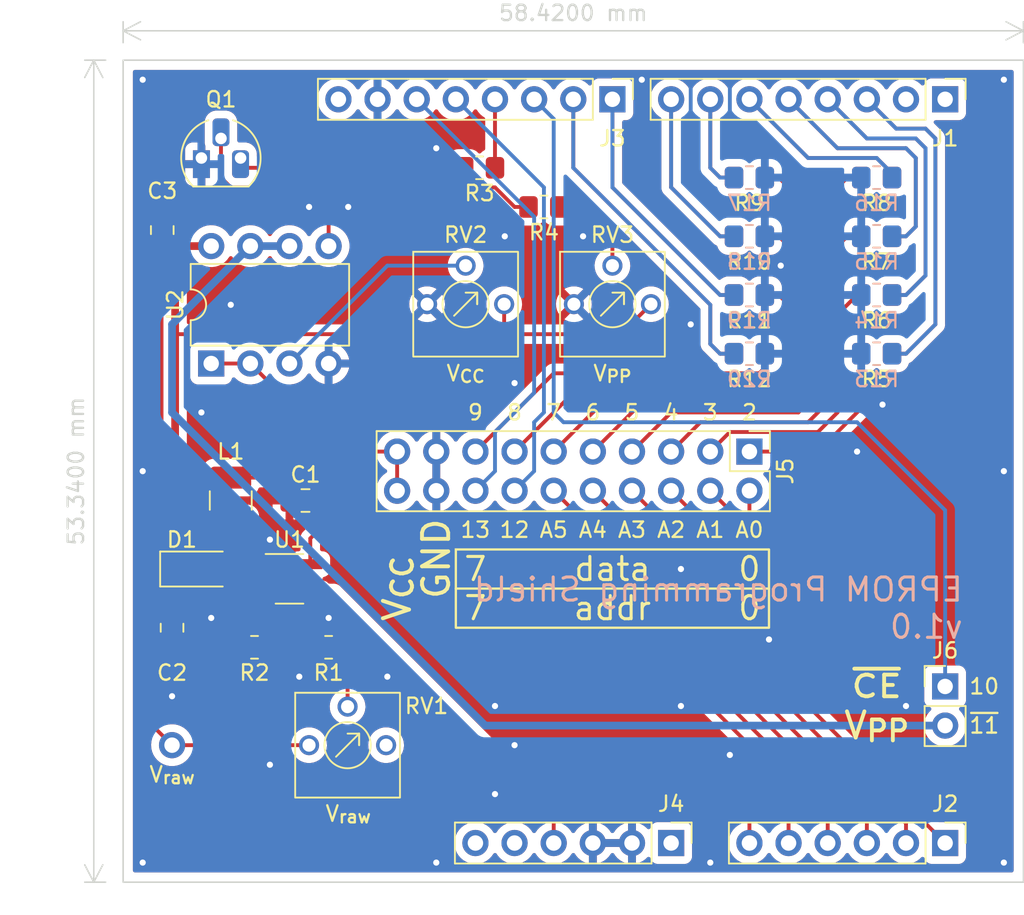
<source format=kicad_pcb>
(kicad_pcb (version 20211014) (generator pcbnew)
  (layers (0 "F.Cu" signal) (31 "B.Cu" signal) (34 "B.Paste" user) (35 "F.Paste" user) (36 "B.SilkS" user "B.Silkscreen") (37 "F.SilkS" user "F.Silkscreen") (38 "B.Mask" user) (39 "F.Mask" user) (44 "Edge.Cuts" user))
  (net 0 "")
  (net 1 "/vccin")
  (net 2 "GND")
  (net 3 "/Vraw")
  (net 4 "Net-(D1-Pad2)")
  (net 7 "/datac0")
  (net 8 "/datac1")
  (net 9 "/datac2")
  (net 10 "/datac3")
  (net 11 "/datac4")
  (net 12 "/datac5")
  (net 13 "/addr0")
  (net 14 "/addr1")
  (net 15 "/addr2")
  (net 16 "/addr3")
  (net 17 "/addr4")
  (net 18 "/addr5")
  (net 19 "/datac6")
  (net 20 "/datac7")
  (net 21 "/ce")
  (net 22 "/vppen")
  (net 23 "/addr6")
  (net 24 "/addr7")
  (net 29 "/data0")
  (net 30 "/data1")
  (net 31 "/data2")
  (net 32 "/data3")
  (net 33 "/data4")
  (net 34 "/data5")
  (net 35 "/data6")
  (net 36 "/data7")
  (net 37 "/vccout")
  (net 38 "/vpp")
  (net 39 "Net-(Q1-Pad2)")
  (net 40 "Net-(Q1-Pad3)")
  (net 41 "Net-(R1-Pad1)")
  (net 43 "Net-(R1-Pad2)")
  (net 44 "Net-(R4-Pad1)")
  (net 45 "Net-(RV2-Pad2)")
  (footprint "Connector_PinHeader_2.54mm:PinHeader_1x06_P2.54mm_Vertical" (layer "F.Cu") (at 175.26 109.22 -90)
    (fp_text reference "J2" (at -2.54 0 180) (layer "F.SilkS"))
    (fp_text value "Conn_01x06")
    (pad "1" thru_hole rect (at 0 0 270) (size 1.7 1.7) (drill 1) (layers *.Cu *.Mask) (net 13 "/addr0"))
    (pad "2" thru_hole oval (at 0 2.54 270) (size 1.7 1.7) (drill 1) (layers *.Cu *.Mask) (net 14 "/addr1"))
    (pad "3" thru_hole oval (at 0 5.08 270) (size 1.7 1.7) (drill 1) (layers *.Cu *.Mask) (net 15 "/addr2"))
    (pad "4" thru_hole oval (at 0 7.62 270) (size 1.7 1.7) (drill 1) (layers *.Cu *.Mask) (net 16 "/addr3"))
    (pad "5" thru_hole oval (at 0 10.16 270) (size 1.7 1.7) (drill 1) (layers *.Cu *.Mask) (net 17 "/addr4"))
    (pad "6" thru_hole oval (at 0 12.7 270) (size 1.7 1.7) (drill 1) (layers *.Cu *.Mask) (net 18 "/addr5"))
  )
  (footprint "MyLibrary:GF063P" (layer "F.Cu") (at 136.485 102.87)
    (fp_text reference "RV1" (at 5.12 -2.54 unlocked) (layer "F.SilkS"))
    (fp_text value "100k")
    (pad "1" thru_hole circle (at -2.5 0) (size 1.3 1.3) (drill 0.85) (layers *.Cu *.Mask) (net 3 "/Vraw"))
    (pad "2" thru_hole circle (at 0 -2.5) (size 1.3 1.3) (drill 0.85) (layers *.Cu *.Mask) (net 41 "Net-(R1-Pad1)"))
    (pad "3" thru_hole circle (at 2.5 0) (size 1.3 1.3) (drill 0.85) (layers *.Cu *.Mask))
  )
  (footprint "Package_TO_SOT_SMD:SOT-23-5_HandSoldering" (layer "F.Cu") (at 132.715 92.075)
    (fp_text reference "U1" (at 0 -2.54) (layer "F.SilkS"))
    (fp_text value "LT1930")
    (pad "1" smd rect (at -1.35 -0.95) (size 1.56 0.65) (layers "F.Cu" "F.Paste" "F.Mask") (net 4 "Net-(D1-Pad2)"))
    (pad "2" smd rect (at -1.35 0) (size 1.56 0.65) (layers "F.Cu" "F.Paste" "F.Mask") (net 2 "GND"))
    (pad "3" smd rect (at -1.35 0.95) (size 1.56 0.65) (layers "F.Cu" "F.Paste" "F.Mask") (net 43 "Net-(R1-Pad2)"))
    (pad "4" smd rect (at 1.35 0.95) (size 1.56 0.65) (layers "F.Cu" "F.Paste" "F.Mask") (net 1 "/vccin"))
    (pad "5" smd rect (at 1.35 -0.95) (size 1.56 0.65) (layers "F.Cu" "F.Paste" "F.Mask") (net 1 "/vccin"))
  )
  (footprint "Connector_PinHeader_2.54mm:PinHeader_1x08_P2.54mm_Vertical" (layer "F.Cu") (at 153.67 60.96 -90)
    (fp_text reference "J3" (at 2.54 0 180) (layer "F.SilkS"))
    (fp_text value "Conn_01x08")
    (pad "1" thru_hole rect (at 0 0 270) (size 1.7 1.7) (drill 1) (layers *.Cu *.Mask) (net 19 "/datac6"))
    (pad "2" thru_hole oval (at 0 2.54 270) (size 1.7 1.7) (drill 1) (layers *.Cu *.Mask) (net 20 "/datac7"))
    (pad "3" thru_hole oval (at 0 5.08 270) (size 1.7 1.7) (drill 1) (layers *.Cu *.Mask) (net 21 "/ce"))
    (pad "4" thru_hole oval (at 0 7.62 270) (size 1.7 1.7) (drill 1) (layers *.Cu *.Mask) (net 22 "/vppen"))
    (pad "5" thru_hole oval (at 0 10.16 270) (size 1.7 1.7) (drill 1) (layers *.Cu *.Mask) (net 23 "/addr6"))
    (pad "6" thru_hole oval (at 0 12.7 270) (size 1.7 1.7) (drill 1) (layers *.Cu *.Mask) (net 24 "/addr7"))
    (pad "7" thru_hole oval (at 0 15.24 270) (size 1.7 1.7) (drill 1) (layers *.Cu *.Mask) (net 2 "GND"))
    (pad "8" thru_hole oval (at 0 17.78 270) (size 1.7 1.7) (drill 1) (layers *.Cu *.Mask))
  )
  (footprint "Resistor_SMD:R_0805_2012Metric_Pad1.20x1.40mm_HandSolder" (layer "F.Cu") (at 170.815 69.85)
    (fp_text reference "R7" (at 0 1.65) (layer "F.SilkS"))
    (fp_text value "3.3k")
    (pad "1" smd roundrect (at -1 0) (size 1.2 1.4) (layers "F.Cu" "F.Paste" "F.Mask") (roundrect_rratio 0.2083333333) (net 31 "/data2"))
    (pad "2" smd roundrect (at 1 0) (size 1.2 1.4) (layers "F.Cu" "F.Paste" "F.Mask") (roundrect_rratio 0.2083333333) (net 9 "/datac2"))
  )
  (footprint "MyLibrary:GF063P" (layer "F.Cu") (at 144.145 74.255)
    (fp_text reference "RV2" (at 0 -4.5 unlocked) (layer "F.SilkS"))
    (fp_text value "100k")
    (pad "1" thru_hole circle (at -2.5 0) (size 1.3 1.3) (drill 0.85) (layers *.Cu *.Mask) (net 2 "GND"))
    (pad "2" thru_hole circle (at 0 -2.5) (size 1.3 1.3) (drill 0.85) (layers *.Cu *.Mask) (net 45 "Net-(RV2-Pad2)"))
    (pad "3" thru_hole circle (at 2.5 0) (size 1.3 1.3) (drill 0.85) (layers *.Cu *.Mask) (net 3 "/Vraw"))
  )
  (footprint "Resistor_SMD:R_0805_2012Metric_Pad1.20x1.40mm_HandSolder" (layer "F.Cu") (at 162.56 73.66 180)
    (fp_text reference "R11" (at 0 -1.65) (layer "F.SilkS"))
    (fp_text value "3.3k")
    (pad "1" smd roundrect (at -1 0 180) (size 1.2 1.4) (layers "F.Cu" "F.Paste" "F.Mask") (roundrect_rratio 0.2083333333) (net 35 "/data6"))
    (pad "2" smd roundrect (at 1 0 180) (size 1.2 1.4) (layers "F.Cu" "F.Paste" "F.Mask") (roundrect_rratio 0.2083333333) (net 19 "/datac6"))
  )
  (footprint "Connector_PinHeader_2.54mm:PinHeader_1x06_P2.54mm_Vertical" (layer "F.Cu") (at 157.48 109.22 -90)
    (fp_text reference "J4" (at -2.54 0 180) (layer "F.SilkS"))
    (fp_text value "Conn_01x06")
    (pad "1" thru_hole rect (at 0 0 270) (size 1.7 1.7) (drill 1) (layers *.Cu *.Mask))
    (pad "2" thru_hole oval (at 0 2.54 270) (size 1.7 1.7) (drill 1) (layers *.Cu *.Mask) (net 2 "GND"))
    (pad "3" thru_hole oval (at 0 5.08 270) (size 1.7 1.7) (drill 1) (layers *.Cu *.Mask) (net 2 "GND"))
    (pad "4" thru_hole oval (at 0 7.62 270) (size 1.7 1.7) (drill 1) (layers *.Cu *.Mask) (net 1 "/vccin"))
    (pad "5" thru_hole oval (at 0 10.16 270) (size 1.7 1.7) (drill 1) (layers *.Cu *.Mask))
    (pad "6" thru_hole oval (at 0 12.7 270) (size 1.7 1.7) (drill 1) (layers *.Cu *.Mask))
  )
  (footprint "Resistor_SMD:R_0805_2012Metric_Pad1.20x1.40mm_HandSolder" (layer "F.Cu") (at 145.05 65.405 180)
    (fp_text reference "R3" (at 0 -1.65) (layer "F.SilkS"))
    (fp_text value "10k")
    (pad "1" smd roundrect (at -1 0 180) (size 1.2 1.4) (layers "F.Cu" "F.Paste" "F.Mask") (roundrect_rratio 0.2083333333) (net 22 "/vppen"))
    (pad "2" smd roundrect (at 1 0 180) (size 1.2 1.4) (layers "F.Cu" "F.Paste" "F.Mask") (roundrect_rratio 0.2083333333) (net 40 "Net-(Q1-Pad3)"))
  )
  (footprint "Resistor_SMD:R_0805_2012Metric_Pad1.20x1.40mm_HandSolder" (layer "F.Cu") (at 162.56 66.04 180)
    (fp_text reference "R9" (at 0 -1.65) (layer "F.SilkS"))
    (fp_text value "3.3k")
    (pad "1" smd roundrect (at -1 0 180) (size 1.2 1.4) (layers "F.Cu" "F.Paste" "F.Mask") (roundrect_rratio 0.2083333333) (net 33 "/data4"))
    (pad "2" smd roundrect (at 1 0 180) (size 1.2 1.4) (layers "F.Cu" "F.Paste" "F.Mask") (roundrect_rratio 0.2083333333) (net 11 "/datac4"))
  )
  (footprint "Resistor_SMD:R_0805_2012Metric_Pad1.20x1.40mm_HandSolder" (layer "F.Cu") (at 149.225 67.945 180)
    (fp_text reference "R4" (at 0 -1.65) (layer "F.SilkS"))
    (fp_text value "10k")
    (pad "1" smd roundrect (at -1 0 180) (size 1.2 1.4) (layers "F.Cu" "F.Paste" "F.Mask") (roundrect_rratio 0.2083333333) (net 44 "Net-(R4-Pad1)"))
    (pad "2" smd roundrect (at 1 0 180) (size 1.2 1.4) (layers "F.Cu" "F.Paste" "F.Mask") (roundrect_rratio 0.2083333333) (net 39 "Net-(Q1-Pad2)"))
  )
  (footprint "Capacitor_SMD:C_0805_2012Metric_Pad1.18x1.45mm_HandSolder" (layer "F.Cu") (at 124.46 69.4475 90)
    (fp_text reference "C3" (at 2.54 0 180) (layer "F.SilkS"))
    (fp_text value "0.1u")
    (pad "1" smd roundrect (at -1.0375 0 90) (size 1.175 1.45) (layers "F.Cu" "F.Paste" "F.Mask") (roundrect_rratio 0.2127659574) (net 3 "/Vraw"))
    (pad "2" smd roundrect (at 1.0375 0 90) (size 1.175 1.45) (layers "F.Cu" "F.Paste" "F.Mask") (roundrect_rratio 0.2127659574) (net 2 "GND"))
  )
  (footprint "Inductor_SMD:L_1210_3225Metric_Pad1.42x2.65mm_HandSolder" (layer "F.Cu") (at 128.905 86.995 -90)
    (fp_text reference "L1" (at -3.175 0 180) (layer "F.SilkS"))
    (fp_text value "10u")
    (pad "1" smd roundrect (at -1.4875 0 270) (size 1.425 2.65) (layers "F.Cu" "F.Paste" "F.Mask") (roundrect_rratio 0.1754392982) (net 1 "/vccin"))
    (pad "2" smd roundrect (at 1.4875 0 270) (size 1.425 2.65) (layers "F.Cu" "F.Paste" "F.Mask") (roundrect_rratio 0.1754392982) (net 4 "Net-(D1-Pad2)"))
  )
  (footprint "Resistor_SMD:R_0805_2012Metric_Pad1.20x1.40mm_HandSolder" (layer "F.Cu") (at 170.815 77.47)
    (fp_text reference "R5" (at 0 1.65) (layer "F.SilkS"))
    (fp_text value "3.3k")
    (pad "1" smd roundrect (at -1 0) (size 1.2 1.4) (layers "F.Cu" "F.Paste" "F.Mask") (roundrect_rratio 0.2083333333) (net 29 "/data0"))
    (pad "2" smd roundrect (at 1 0) (size 1.2 1.4) (layers "F.Cu" "F.Paste" "F.Mask") (roundrect_rratio 0.2083333333) (net 7 "/datac0"))
  )
  (footprint "Resistor_SMD:R_0805_2012Metric_Pad1.20x1.40mm_HandSolder" (layer "F.Cu") (at 170.815 66.04)
    (fp_text reference "R8" (at 0 1.65) (layer "F.SilkS"))
    (fp_text value "3.3k")
    (pad "1" smd roundrect (at -1 0) (size 1.2 1.4) (layers "F.Cu" "F.Paste" "F.Mask") (roundrect_rratio 0.2083333333) (net 32 "/data3"))
    (pad "2" smd roundrect (at 1 0) (size 1.2 1.4) (layers "F.Cu" "F.Paste" "F.Mask") (roundrect_rratio 0.2083333333) (net 10 "/datac3"))
  )
  (footprint "Capacitor_SMD:C_0805_2012Metric_Pad1.18x1.45mm_HandSolder" (layer "F.Cu") (at 133.7525 86.995 180)
    (fp_text reference "C1" (at 0 1.68) (layer "F.SilkS"))
    (fp_text value "4.7u")
    (pad "1" smd roundrect (at -1.0375 0 180) (size 1.175 1.45) (layers "F.Cu" "F.Paste" "F.Mask") (roundrect_rratio 0.2127659574) (net 1 "/vccin"))
    (pad "2" smd roundrect (at 1.0375 0 180) (size 1.175 1.45) (layers "F.Cu" "F.Paste" "F.Mask") (roundrect_rratio 0.2127659574) (net 2 "GND"))
  )
  (footprint "ModifiedKiCadLibrary:PinHeader_2x10_P2.54mm_Vertical_Top_Bottom" (layer "F.Cu") (at 162.56 83.82 -90)
    (fp_text reference "J5" (at 1.27 -2.33 -90) (layer "F.SilkS"))
    (fp_text value "Conn_02x10_Top_Bottom")
    (pad "1" thru_hole rect (at 0 0 270) (size 1.7 1.7) (drill 1) (layers *.Cu *.Mask) (net 29 "/data0"))
    (pad "2" thru_hole oval (at 0 2.54 270) (size 1.7 1.7) (drill 1) (layers *.Cu *.Mask) (net 30 "/data1"))
    (pad "3" thru_hole oval (at 0 5.08 270) (size 1.7 1.7) (drill 1) (layers *.Cu *.Mask) (net 31 "/data2"))
    (pad "4" thru_hole oval (at 0 7.62 270) (size 1.7 1.7) (drill 1) (layers *.Cu *.Mask) (net 32 "/data3"))
    (pad "5" thru_hole oval (at 0 10.16 270) (size 1.7 1.7) (drill 1) (layers *.Cu *.Mask) (net 33 "/data4"))
    (pad "6" thru_hole oval (at 0 12.7 270) (size 1.7 1.7) (drill 1) (layers *.Cu *.Mask) (net 34 "/data5"))
    (pad "7" thru_hole oval (at 0 15.24 270) (size 1.7 1.7) (drill 1) (layers *.Cu *.Mask) (net 35 "/data6"))
    (pad "8" thru_hole oval (at 0 17.78 270) (size 1.7 1.7) (drill 1) (layers *.Cu *.Mask) (net 36 "/data7"))
    (pad "9" thru_hole oval (at 0 20.32 270) (size 1.7 1.7) (drill 1) (layers *.Cu *.Mask) (net 2 "GND"))
    (pad "10" thru_hole oval (at 0 22.86 270) (size 1.7 1.7) (drill 1) (layers *.Cu *.Mask) (net 37 "/vccout"))
    (pad "11" thru_hole oval (at 2.54 0 270) (size 1.7 1.7) (drill 1) (layers *.Cu *.Mask) (net 13 "/addr0"))
    (pad "12" thru_hole oval (at 2.54 2.54 270) (size 1.7 1.7) (drill 1) (layers *.Cu *.Mask) (net 14 "/addr1"))
    (pad "13" thru_hole oval (at 2.54 5.08 270) (size 1.7 1.7) (drill 1) (layers *.Cu *.Mask) (net 15 "/addr2"))
    (pad "14" thru_hole oval (at 2.54 7.62 270) (size 1.7 1.7) (drill 1) (layers *.Cu *.Mask) (net 16 "/addr3"))
    (pad "15" thru_hole oval (at 2.54 10.16 270) (size 1.7 1.7) (drill 1) (layers *.Cu *.Mask) (net 17 "/addr4"))
    (pad "16" thru_hole oval (at 2.54 12.7 270) (size 1.7 1.7) (drill 1) (layers *.Cu *.Mask) (net 18 "/addr5"))
    (pad "17" thru_hole oval (at 2.54 15.24 270) (size 1.7 1.7) (drill 1) (layers *.Cu *.Mask) (net 23 "/addr6"))
    (pad "18" thru_hole oval (at 2.54 17.78 270) (size 1.7 1.7) (drill 1) (layers *.Cu *.Mask) (net 24 "/addr7"))
    (pad "19" thru_hole oval (at 2.54 20.32 270) (size 1.7 1.7) (drill 1) (layers *.Cu *.Mask) (net 2 "GND"))
    (pad "20" thru_hole oval (at 2.54 22.86 270) (size 1.7 1.7) (drill 1) (layers *.Cu *.Mask) (net 37 "/vccout"))
  )
  (footprint "Connector_PinHeader_2.54mm:PinHeader_1x01_P2.54mm_Vertical" (layer "F.Cu") (at 125.095 102.87)
    (fp_text reference "J7" hide)
    (fp_text value "vraw_test")
    (pad "1" thru_hole circle (at 0 0) (size 1.7 1.7) (drill 1) (layers *.Cu *.Mask) (net 3 "/Vraw"))
  )
  (footprint "Resistor_SMD:R_0805_2012Metric_Pad1.20x1.40mm_HandSolder" (layer "F.Cu") (at 162.56 69.85 180)
    (fp_text reference "R10" (at 0 -1.65) (layer "F.SilkS"))
    (fp_text value "3.3k")
    (pad "1" smd roundrect (at -1 0 180) (size 1.2 1.4) (layers "F.Cu" "F.Paste" "F.Mask") (roundrect_rratio 0.2083333333) (net 34 "/data5"))
    (pad "2" smd roundrect (at 1 0 180) (size 1.2 1.4) (layers "F.Cu" "F.Paste" "F.Mask") (roundrect_rratio 0.2083333333) (net 12 "/datac5"))
  )
  (footprint "Resistor_SMD:R_0805_2012Metric_Pad1.20x1.40mm_HandSolder" (layer "F.Cu") (at 135.255 96.52 180)
    (fp_text reference "R1" (at 0 -1.65) (layer "F.SilkS"))
    (fp_text value "20k")
    (pad "1" smd roundrect (at -1 0 180) (size 1.2 1.4) (layers "F.Cu" "F.Paste" "F.Mask") (roundrect_rratio 0.2083333333) (net 41 "Net-(R1-Pad1)"))
    (pad "2" smd roundrect (at 1 0 180) (size 1.2 1.4) (layers "F.Cu" "F.Paste" "F.Mask") (roundrect_rratio 0.2083333333) (net 43 "Net-(R1-Pad2)"))
  )
  (footprint "Connector_PinHeader_2.54mm:PinHeader_1x02_P2.54mm_Vertical" (layer "F.Cu") (at 175.26 99.06)
    (fp_text reference "J6" (at 0 -2.33) (layer "F.SilkS"))
    (fp_text value "Conn_01x02")
    (pad "1" thru_hole rect (at 0 0) (size 1.7 1.7) (drill 1) (layers *.Cu *.Mask) (net 21 "/ce"))
    (pad "2" thru_hole oval (at 0 2.54) (size 1.7 1.7) (drill 1) (layers *.Cu *.Mask) (net 38 "/vpp"))
  )
  (footprint "Connector_PinHeader_2.54mm:PinHeader_1x08_P2.54mm_Vertical" (layer "F.Cu") (at 175.26 60.96 -90)
    (fp_text reference "J1" (at 2.54 0 180) (layer "F.SilkS"))
    (fp_text value "Conn_01x08")
    (pad "1" thru_hole rect (at 0 0 270) (size 1.7 1.7) (drill 1) (layers *.Cu *.Mask))
    (pad "2" thru_hole oval (at 0 2.54 270) (size 1.7 1.7) (drill 1) (layers *.Cu *.Mask))
    (pad "3" thru_hole oval (at 0 5.08 270) (size 1.7 1.7) (drill 1) (layers *.Cu *.Mask) (net 7 "/datac0"))
    (pad "4" thru_hole oval (at 0 7.62 270) (size 1.7 1.7) (drill 1) (layers *.Cu *.Mask) (net 8 "/datac1"))
    (pad "5" thru_hole oval (at 0 10.16 270) (size 1.7 1.7) (drill 1) (layers *.Cu *.Mask) (net 9 "/datac2"))
    (pad "6" thru_hole oval (at 0 12.7 270) (size 1.7 1.7) (drill 1) (layers *.Cu *.Mask) (net 10 "/datac3"))
    (pad "7" thru_hole oval (at 0 15.24 270) (size 1.7 1.7) (drill 1) (layers *.Cu *.Mask) (net 11 "/datac4"))
    (pad "8" thru_hole oval (at 0 17.78 270) (size 1.7 1.7) (drill 1) (layers *.Cu *.Mask) (net 12 "/datac5"))
  )
  (footprint "Diode_SMD:D_1206_3216Metric_Pad1.42x1.75mm_HandSolder" (layer "F.Cu") (at 126.7825 91.44)
    (fp_text reference "D1" (at -1.0525 -1.905) (layer "F.SilkS"))
    (fp_text value "RB160M-30TR")
    (pad "1" smd roundrect (at -1.4875 0) (size 1.425 1.75) (layers "F.Cu" "F.Paste" "F.Mask") (roundrect_rratio 0.1754392982) (net 3 "/Vraw"))
    (pad "2" smd roundrect (at 1.4875 0) (size 1.425 1.75) (layers "F.Cu" "F.Paste" "F.Mask") (roundrect_rratio 0.1754392982) (net 4 "Net-(D1-Pad2)"))
  )
  (footprint "Capacitor_SMD:C_0805_2012Metric_Pad1.18x1.45mm_HandSolder" (layer "F.Cu") (at 125.095 95.25 -90)
    (fp_text reference "C2" (at 2.92 0 180) (layer "F.SilkS"))
    (fp_text value "4.7u")
    (pad "1" smd roundrect (at -1.0375 0 270) (size 1.175 1.45) (layers "F.Cu" "F.Paste" "F.Mask") (roundrect_rratio 0.2127659574) (net 3 "/Vraw"))
    (pad "2" smd roundrect (at 1.0375 0 270) (size 1.175 1.45) (layers "F.Cu" "F.Paste" "F.Mask") (roundrect_rratio 0.2127659574) (net 2 "GND"))
  )
  (footprint "MyLibrary:GF063P" (layer "F.Cu") (at 153.67 74.255)
    (fp_text reference "RV3" (at 0 -4.5 unlocked) (layer "F.SilkS"))
    (fp_text value "100k")
    (pad "1" thru_hole circle (at -2.5 0) (size 1.3 1.3) (drill 0.85) (layers *.Cu *.Mask) (net 2 "GND"))
    (pad "2" thru_hole circle (at 0 -2.5) (size 1.3 1.3) (drill 0.85) (layers *.Cu *.Mask) (net 44 "Net-(R4-Pad1)"))
    (pad "3" thru_hole circle (at 2.5 0) (size 1.3 1.3) (drill 0.85) (layers *.Cu *.Mask) (net 3 "/Vraw"))
  )
  (footprint "Resistor_SMD:R_0805_2012Metric_Pad1.20x1.40mm_HandSolder" (layer "F.Cu") (at 162.56 77.47 180)
    (fp_text reference "R12" (at 0 -1.65) (layer "F.SilkS"))
    (fp_text value "3.3k")
    (pad "1" smd roundrect (at -1 0 180) (size 1.2 1.4) (layers "F.Cu" "F.Paste" "F.Mask") (roundrect_rratio 0.2083333333) (net 36 "/data7"))
    (pad "2" smd roundrect (at 1 0 180) (size 1.2 1.4) (layers "F.Cu" "F.Paste" "F.Mask") (roundrect_rratio 0.2083333333) (net 20 "/datac7"))
  )
  (footprint "Resistor_SMD:R_0805_2012Metric_Pad1.20x1.40mm_HandSolder" (layer "F.Cu") (at 170.815 73.66)
    (fp_text reference "R6" (at 0 1.65) (layer "F.SilkS"))
    (fp_text value "3.3k")
    (pad "1" smd roundrect (at -1 0) (size 1.2 1.4) (layers "F.Cu" "F.Paste" "F.Mask") (roundrect_rratio 0.2083333333) (net 30 "/data1"))
    (pad "2" smd roundrect (at 1 0) (size 1.2 1.4) (layers "F.Cu" "F.Paste" "F.Mask") (roundrect_rratio 0.2083333333) (net 8 "/datac1"))
  )
  (footprint "Resistor_SMD:R_0805_2012Metric_Pad1.20x1.40mm_HandSolder" (layer "F.Cu") (at 130.445 96.52 180)
    (fp_text reference "R2" (at 0 -1.65) (layer "F.SilkS"))
    (fp_text value "10k")
    (pad "1" smd roundrect (at -1 0 180) (size 1.2 1.4) (layers "F.Cu" "F.Paste" "F.Mask") (roundrect_rratio 0.2083333333) (net 43 "Net-(R1-Pad2)"))
    (pad "2" smd roundrect (at 1 0 180) (size 1.2 1.4) (layers "F.Cu" "F.Paste" "F.Mask") (roundrect_rratio 0.2083333333) (net 2 "GND"))
  )
  (footprint "ModifiedKiCadLibrary:DIP-8_W7.62mm_D1mm" (layer "F.Cu") (at 127.635 78.105 90)
    (fp_text reference "U2" (at 3.81 -2.33 90) (layer "F.SilkS"))
    (fp_text value "LM358N")
    (pad "1" thru_hole rect (at 0 0 90) (size 1.7 1.7) (drill 1) (layers *.Cu *.Mask) (net 37 "/vccout"))
    (pad "2" thru_hole oval (at 0 2.54 90) (size 1.7 1.7) (drill 1) (layers *.Cu *.Mask) (net 37 "/vccout"))
    (pad "3" thru_hole oval (at 0 5.08 90) (size 1.7 1.7) (drill 1) (layers *.Cu *.Mask) (net 45 "Net-(RV2-Pad2)"))
    (pad "4" thru_hole oval (at 0 7.62 90) (size 1.7 1.7) (drill 1) (layers *.Cu *.Mask) (net 2 "GND"))
    (pad "5" thru_hole oval (at 7.62 7.62 90) (size 1.7 1.7) (drill 1) (layers *.Cu *.Mask) (net 39 "Net-(Q1-Pad2)"))
    (pad "6" thru_hole oval (at 7.62 5.08 90) (size 1.7 1.7) (drill 1) (layers *.Cu *.Mask) (net 38 "/vpp"))
    (pad "7" thru_hole oval (at 7.62 2.54 90) (size 1.7 1.7) (drill 1) (layers *.Cu *.Mask) (net 38 "/vpp"))
    (pad "8" thru_hole oval (at 7.62 0 90) (size 1.7 1.7) (drill 1) (layers *.Cu *.Mask) (net 3 "/Vraw"))
  )
  (footprint "Package_TO_SOT_THT:TO-92L_HandSolder" (layer "F.Cu") (at 127 64.77)
    (fp_text reference "Q1" (at 1.27 -3.8) (layer "F.SilkS"))
    (fp_text value "2SC1815")
    (pad "1" thru_hole rect (at 0 0) (size 1.1 1.8) (drill 0.75 (offset 0 0.4)) (layers *.Cu *.Mask) (net 2 "GND"))
    (pad "2" thru_hole roundrect (at 1.27 -1.27) (size 1.1 1.8) (drill 0.75 (offset 0 -0.4)) (layers *.Cu *.Mask) (net 39 "Net-(Q1-Pad2)"))
    (pad "3" thru_hole roundrect (at 2.54 0) (size 1.1 1.8) (drill 0.75 (offset 0 0.4)) (layers *.Cu *.Mask) (net 40 "Net-(Q1-Pad3)"))
  )
  (footprint "Resistor_SMD:R_0805_2012Metric_Pad1.20x1.40mm_HandSolder" (layer "B.Cu") (at 162.56 77.47)
    (fp_text reference "R20" (at 0 1.65) (layer "B.SilkS") (effects (justify mirror)))
    (fp_text value "10k")
    (pad "1" smd roundrect (at -1 0) (size 1.2 1.4) (layers "B.Cu" "B.Paste" "B.Mask") (roundrect_rratio 0.2083333333) (net 20 "/datac7"))
    (pad "2" smd roundrect (at 1 0) (size 1.2 1.4) (layers "B.Cu" "B.Paste" "B.Mask") (roundrect_rratio 0.2083333333) (net 2 "GND"))
  )
  (footprint "Resistor_SMD:R_0805_2012Metric_Pad1.20x1.40mm_HandSolder" (layer "B.Cu") (at 162.56 73.66)
    (fp_text reference "R19" (at 0 1.65) (layer "B.SilkS") (effects (justify mirror)))
    (fp_text value "10k")
    (pad "1" smd roundrect (at -1 0) (size 1.2 1.4) (layers "B.Cu" "B.Paste" "B.Mask") (roundrect_rratio 0.2083333333) (net 19 "/datac6"))
    (pad "2" smd roundrect (at 1 0) (size 1.2 1.4) (layers "B.Cu" "B.Paste" "B.Mask") (roundrect_rratio 0.2083333333) (net 2 "GND"))
  )
  (footprint "Resistor_SMD:R_0805_2012Metric_Pad1.20x1.40mm_HandSolder" (layer "B.Cu") (at 170.815 73.66 180)
    (fp_text reference "R14" (at 0 -1.65) (layer "B.SilkS") (effects (justify mirror)))
    (fp_text value "10k")
    (pad "1" smd roundrect (at -1 0 180) (size 1.2 1.4) (layers "B.Cu" "B.Paste" "B.Mask") (roundrect_rratio 0.2083333333) (net 8 "/datac1"))
    (pad "2" smd roundrect (at 1 0 180) (size 1.2 1.4) (layers "B.Cu" "B.Paste" "B.Mask") (roundrect_rratio 0.2083333333) (net 2 "GND"))
  )
  (footprint "Resistor_SMD:R_0805_2012Metric_Pad1.20x1.40mm_HandSolder" (layer "B.Cu") (at 170.815 77.47 180)
    (fp_text reference "R13" (at 0 -1.65) (layer "B.SilkS") (effects (justify mirror)))
    (fp_text value "10k")
    (pad "1" smd roundrect (at -1 0 180) (size 1.2 1.4) (layers "B.Cu" "B.Paste" "B.Mask") (roundrect_rratio 0.2083333333) (net 7 "/datac0"))
    (pad "2" smd roundrect (at 1 0 180) (size 1.2 1.4) (layers "B.Cu" "B.Paste" "B.Mask") (roundrect_rratio 0.2083333333) (net 2 "GND"))
  )
  (footprint "Resistor_SMD:R_0805_2012Metric_Pad1.20x1.40mm_HandSolder" (layer "B.Cu") (at 162.56 69.85)
    (fp_text reference "R18" (at 0 1.65) (layer "B.SilkS") (effects (justify mirror)))
    (fp_text value "10k")
    (pad "1" smd roundrect (at -1 0) (size 1.2 1.4) (layers "B.Cu" "B.Paste" "B.Mask") (roundrect_rratio 0.2083333333) (net 12 "/datac5"))
    (pad "2" smd roundrect (at 1 0) (size 1.2 1.4) (layers "B.Cu" "B.Paste" "B.Mask") (roundrect_rratio 0.2083333333) (net 2 "GND"))
  )
  (footprint "Resistor_SMD:R_0805_2012Metric_Pad1.20x1.40mm_HandSolder" (layer "B.Cu") (at 162.56 66.04)
    (fp_text reference "R17" (at 0 1.65) (layer "B.SilkS") (effects (justify mirror)))
    (fp_text value "10k")
    (pad "1" smd roundrect (at -1 0) (size 1.2 1.4) (layers "B.Cu" "B.Paste" "B.Mask") (roundrect_rratio 0.2083333333) (net 11 "/datac4"))
    (pad "2" smd roundrect (at 1 0) (size 1.2 1.4) (layers "B.Cu" "B.Paste" "B.Mask") (roundrect_rratio 0.2083333333) (net 2 "GND"))
  )
  (footprint "Resistor_SMD:R_0805_2012Metric_Pad1.20x1.40mm_HandSolder" (layer "B.Cu") (at 170.815 66.04 180)
    (fp_text reference "R16" (at 0 -1.65) (layer "B.SilkS") (effects (justify mirror)))
    (fp_text value "10k")
    (pad "1" smd roundrect (at -1 0 180) (size 1.2 1.4) (layers "B.Cu" "B.Paste" "B.Mask") (roundrect_rratio 0.2083333333) (net 10 "/datac3"))
    (pad "2" smd roundrect (at 1 0 180) (size 1.2 1.4) (layers "B.Cu" "B.Paste" "B.Mask") (roundrect_rratio 0.2083333333) (net 2 "GND"))
  )
  (footprint "Resistor_SMD:R_0805_2012Metric_Pad1.20x1.40mm_HandSolder" (layer "B.Cu") (at 170.815 69.85 180)
    (fp_text reference "R15" (at 0 -1.65) (layer "B.SilkS") (effects (justify mirror)))
    (fp_text value "10k")
    (pad "1" smd roundrect (at -1 0 180) (size 1.2 1.4) (layers "B.Cu" "B.Paste" "B.Mask") (roundrect_rratio 0.2083333333) (net 9 "/datac2"))
    (pad "2" smd roundrect (at 1 0 180) (size 1.2 1.4) (layers "B.Cu" "B.Paste" "B.Mask") (roundrect_rratio 0.2083333333) (net 2 "GND"))
  )
  (gr_line (start 143.51 92.71) (end 163.83 92.71) (layer "F.SilkS") (width 0.15))
  (gr_rect (start 143.51 90.17) (end 163.83 95.25) (layer "F.SilkS") (width 0.15) (fill none))
  (gr_rect (start 121.92 58.42) (end 180.34 111.76) (layer "Edge.Cuts") (width 0.1) (fill none))
  (gr_text "EPROM Programming Shield\nv1.0" (at 176.53 93.98) (layer "B.SilkS") (effects (font (size 1.5 1.5) (thickness 0.2)) (justify left mirror)))
  (gr_text "V_{CC}" (at 139.7 92.71 90) (layer "F.SilkS") (effects (font (size 1.7 1.7) (thickness 0.25))))
  (gr_text "~{11}" (at 177.8 101.6) (layer "F.SilkS") (effects (font (size 1 1))))
  (gr_text "A0" (at 162.56 88.9) (layer "F.SilkS") (effects (font (size 1 1))))
  (gr_text "2" (at 162.56 81.28) (layer "F.SilkS") (effects (font (size 1 1))))
  (gr_text "V_{raw}" (at 136.525 107.315) (layer "F.SilkS") (effects (font (size 1 1))))
  (gr_text "10" (at 177.8 99.06) (layer "F.SilkS") (effects (font (size 1 1))))
  (gr_text "9" (at 144.78 81.28) (layer "F.SilkS") (effects (font (size 1 1))))
  (gr_text "5" (at 154.94 81.28) (layer "F.SilkS") (effects (font (size 1 1))))
  (gr_text "0" (at 162.56 93.98) (layer "F.SilkS") (effects (font (size 1.5 1.5) (thickness 0.2))))
  (gr_text "7" (at 144.78 93.98) (layer "F.SilkS") (effects (font (size 1.5 1.5) (thickness 0.2))))
  (gr_text "4" (at 157.48 81.28) (layer "F.SilkS") (effects (font (size 1 1))))
  (gr_text "8" (at 147.32 81.28) (layer "F.SilkS") (effects (font (size 1 1))))
  (gr_text "V_{raw}" (at 125.095 104.775) (layer "F.SilkS") (effects (font (size 1 1))))
  (gr_text "~{CE}" (at 170.815 99.06) (layer "F.SilkS") (effects (font (size 1.4 1.7) (thickness 0.25))))
  (gr_text "13" (at 144.78 88.9) (layer "F.SilkS") (effects (font (size 1 1))))
  (gr_text "GND	" (at 142.24 90.17 90) (layer "F.SilkS") (effects (font (size 1.7 1.7) (thickness 0.25))))
  (gr_text "V_{CC}" (at 144.145 78.74) (layer "F.SilkS") (effects (font (size 1 1))))
  (gr_text "12" (at 147.32 88.9) (layer "F.SilkS") (effects (font (size 1 1))))
  (gr_text "A4" (at 152.4 88.9) (layer "F.SilkS") (effects (font (size 1 1))))
  (gr_text "0" (at 162.56 91.44) (layer "F.SilkS") (effects (font (size 1.5 1.5) (thickness 0.2))))
  (gr_text "7" (at 144.78 91.44) (layer "F.SilkS") (effects (font (size 1.5 1.5) (thickness 0.2))))
  (gr_text "A2" (at 157.48 88.9) (layer "F.SilkS") (effects (font (size 1 1))))
  (gr_text "A1" (at 160.02 88.9) (layer "F.SilkS") (effects (font (size 1 1))))
  (gr_text "3" (at 160.02 81.28) (layer "F.SilkS") (effects (font (size 1 1))))
  (gr_text "A3" (at 154.94 88.9) (layer "F.SilkS") (effects (font (size 1 1))))
  (gr_text "A5" (at 149.86 88.9) (layer "F.SilkS") (effects (font (size 1 1))))
  (gr_text "V_{PP}" (at 153.67 78.74) (layer "F.SilkS") (effects (font (size 1 1))))
  (gr_text "6" (at 152.4 81.28) (layer "F.SilkS") (effects (font (size 1 1))))
  (gr_text "7" (at 149.86 81.28) (layer "F.SilkS") (effects (font (size 1 1))))
  (gr_text "V_{PP}" (at 170.815 101.6) (layer "F.SilkS") (effects (font (size 1.7 1.7) (thickness 0.25))))
  (gr_text "addr" (at 153.67 93.98) (layer "F.SilkS") (effects (font (size 1.5 1.5) (thickness 0.2))))
  (gr_text "data" (at 153.67 91.44) (layer "F.SilkS") (effects (font (size 1.5 1.5) (thickness 0.2))))
  (dimension (type aligned) (layer "Edge.Cuts") (pts (xy 121.285 58.42) (xy 121.285 111.76)) (height 1.27) (gr_text "53.3400 mm" (at 118.865 85.09 90) (layer "Edge.Cuts") (effects (font (size 1 1) (thickness 0.15)))) (format (units 3) (units_format 1) (precision 4)) (style (thickness 0.1) (arrow_length 1.27) (text_position_mode 0) (extension_height 0.58642) (extension_offset 0.5) keep_text_aligned))
  (dimension (type aligned) (layer "Edge.Cuts") (pts (xy 121.92 57.785) (xy 180.34 57.785)) (height -1.27) (gr_text "58.4200 mm" (at 151.13 55.365) (layer "Edge.Cuts") (effects (font (size 1 1) (thickness 0.15)))) (format (units 3) (units_format 1) (precision 4)) (style (thickness 0.1) (arrow_length 1.27) (text_position_mode 0) (extension_height 0.58642) (extension_offset 0.5) keep_text_aligned))
  (segment (start 134.4025 85.5075) (end 134.79 85.895) (width 0.25) (layer "F.Cu") (net 1))
  (segment (start 134.79 88.73) (end 134.065 89.455) (width 0.25) (layer "F.Cu") (net 1))
  (segment (start 135.57 93.025) (end 134.065 93.025) (width 0.25) (layer "F.Cu") (net 1))
  (segment (start 128.905 85.5075) (end 134.4025 85.5075) (width 0.25) (layer "F.Cu") (net 1))
  (segment (start 149.86 109.22) (end 149.86 107.315) (width 0.25) (layer "F.Cu") (net 1))
  (segment (start 134.79 86.995) (end 134.79 88.73) (width 0.25) (layer "F.Cu") (net 1))
  (segment (start 134.065 89.455) (end 134.065 91.125) (width 0.25) (layer "F.Cu") (net 1))
  (segment (start 134.065 93.025) (end 134.065 91.125) (width 0.25) (layer "F.Cu") (net 1))
  (segment (start 149.86 107.315) (end 135.57 93.025) (width 0.25) (layer "F.Cu") (net 1))
  (segment (start 134.79 85.895) (end 134.79 86.995) (width 0.25) (layer "F.Cu") (net 1))
  (segment (start 132.715 92.075) (end 132.715 94.615) (width 0.5) (layer "F.Cu") (net 2))
  (segment (start 132.715 92.075) (end 131.365 92.075) (width 0.25) (layer "F.Cu") (net 2))
  (segment (start 132.715 89.535) (end 132.715 92.075) (width 0.5) (layer "F.Cu") (net 2))
  (via (at 169.545 83.82) (size 0.8) (drill 0.4) (layers "F.Cu" "B.Cu") (net 2))
  (via (at 164.592 71.755) (size 0.8) (drill 0.4) (layers "F.Cu" "B.Cu") (net 2))
  (via (at 160.02 110.49) (size 0.8) (drill 0.4) (layers "F.Cu" "B.Cu") (net 2))
  (via (at 123.19 59.69) (size 0.8) (drill 0.4) (layers "F.Cu" "B.Cu") (net 2))
  (via (at 151.765 69.85) (size 0.8) (drill 0.4) (layers "F.Cu" "B.Cu") (net 2))
  (via (at 123.19 85.09) (size 0.8) (drill 0.4) (layers "F.Cu" "B.Cu") (net 2))
  (via (at 179.07 110.49) (size 0.8) (drill 0.4) (layers "F.Cu" "B.Cu") (net 2))
  (via (at 142.24 110.49) (size 0.8) (drill 0.4) (layers "F.Cu" "B.Cu") (net 2))
  (via (at 123.19 110.49) (size 0.8) (drill 0.4) (layers "F.Cu" "B.Cu") (net 2))
  (via (at 133.35 98.425) (size 0.8) (drill 0.4) (layers "F.Cu" "B.Cu") (net 2))
  (via (at 135.255 94.615) (size 0.8) (drill 0.4) (layers "F.Cu" "B.Cu") (net 2))
  (via (at 131.445 89.535) (size 0.8) (drill 0.4) (layers "F.Cu" "B.Cu") (net 2))
  (via (at 127.635 94.615) (size 0.8) (drill 0.4) (layers "F.Cu" "B.Cu") (net 2))
  (via (at 158.75 75.565) (size 0.8) (drill 0.4) (layers "F.Cu" "B.Cu") (net 2))
  (via (at 158.115 100.33) (size 0.8) (drill 0.4) (layers "F.Cu" "B.Cu") (net 2))
  (via (at 171.196 80.772) (size 0.8) (drill 0.4) (layers "F.Cu" "B.Cu") (net 2))
  (via (at 155.575 59.69) (size 0.8) (drill 0.4) (layers "F.Cu" "B.Cu") (net 2))
  (via (at 158.115 91.44) (size 0.8) (drill 0.4) (layers "F.Cu" "B.Cu") (net 2))
  (via (at 147.32 102.87) (size 0.8) (drill 0.4) (layers "F.Cu" "B.Cu") (net 2))
  (via (at 142.24 64.135) (size 0.8) (drill 0.4) (layers "F.Cu" "B.Cu") (net 2))
  (via (at 131.445 104.14) (size 0.8) (drill 0.4) (layers "F.Cu" "B.Cu") (net 2))
  (via (at 146.05 100.33) (size 0.8) (drill 0.4) (layers "F.Cu" "B.Cu") (net 2))
  (via (at 161.29 103.505) (size 0.8) (drill 0.4) (layers "F.Cu" "B.Cu") (net 2))
  (via (at 146.05 106.045) (size 0.8) (drill 0.4) (layers "F.Cu" "B.Cu") (net 2))
  (via (at 179.07 59.69) (size 0.8) (drill 0.4) (layers "F.Cu" "B.Cu") (net 2))
  (via (at 163.83 96.012) (size 0.8) (drill 0.4) (layers "F.Cu" "B.Cu") (net 2))
  (via (at 147.32 79.375) (size 0.8) (drill 0.4) (layers "F.Cu" "B.Cu") (net 2))
  (via (at 125.095 99.695) (size 0.8) (drill 0.4) (layers "F.Cu" "B.Cu") (net 2))
  (via (at 172.72 100.33) (size 0.8) (drill 0.4) (layers "F.Cu" "B.Cu") (net 2))
  (via (at 136.525 67.945) (size 0.8) (drill 0.4) (layers "F.Cu" "B.Cu") (net 2))
  (via (at 179.07 85.09) (size 0.8) (drill 0.4) (layers "F.Cu" "B.Cu") (net 2))
  (via (at 127 81.28) (size 0.8) (drill 0.4) (layers "F.Cu" "B.Cu") (net 2))
  (via (at 139.065 98.425) (size 0.8) (drill 0.4) (layers "F.Cu" "B.Cu") (net 2))
  (via (at 146.685 69.85) (size 0.8) (drill 0.4) (layers "F.Cu" "B.Cu") (net 2))
  (via (at 133.985 67.945) (size 0.8) (drill 0.4) (layers "F.Cu" "B.Cu") (net 2))
  (via (at 128.905 74.295) (size 0.8) (drill 0.4) (layers "F.Cu" "B.Cu") (net 2))
  (segment (start 158.75 59.69) (end 158.75 62.865) (width 0.25) (layer "B.Cu") (net 2))
  (segment (start 161.29 59.69) (end 161.29 62.865) (width 0.25) (layer "B.Cu") (net 2))
  (segment (start 125.295 91.44) (end 125.295 94.0125) (width 0.5) (layer "F.Cu") (net 3))
  (segment (start 123.825 101.6) (end 125.095 102.87) (width 0.25) (layer "F.Cu") (net 3))
  (segment (start 125.295 91.44) (end 125.295 76) (width 0.5) (layer "F.Cu") (net 3))
  (segment (start 125.095 94.2125) (end 124.8625 94.2125) (width 0.25) (layer "F.Cu") (net 3))
  (segment (start 125.295 76) (end 125.295 72.825) (width 0.5) (layer "F.Cu") (net 3))
  (segment (start 125.495 76.2) (end 125.295 76) (width 0.25) (layer "F.Cu") (net 3))
  (segment (start 133.35 76.2) (end 146.685 76.2) (width 0.25) (layer "F.Cu") (net 3))
  (segment (start 146.685 76.2) (end 154.225 76.2) (width 0.25) (layer "F.Cu") (net 3))
  (segment (start 124.46 70.485) (end 124.46 71.99) (width 0.5) (layer "F.Cu") (net 3))
  (segment (start 127.635 70.485) (end 124.46 70.485) (width 0.5) (layer "F.Cu") (net 3))
  (segment (start 123.825 95.25) (end 123.825 101.6) (width 0.25) (layer "F.Cu") (net 3))
  (segment (start 124.46 71.99) (end 125.295 72.825) (width 0.5) (layer "F.Cu") (net 3))
  (segment (start 154.225 76.2) (end 156.17 74.255) (width 0.25) (layer "F.Cu") (net 3))
  (segment (start 125.295 94.0125) (end 125.095 94.2125) (width 0.25) (layer "F.Cu") (net 3))
  (segment (start 133.35 76.2) (end 125.495 76.2) (width 0.25) (layer "F.Cu") (net 3))
  (segment (start 133.985 102.87) (end 125.095 102.87) (width 0.25) (layer "F.Cu") (net 3))
  (segment (start 146.645 76.16) (end 146.685 76.2) (width 0.25) (layer "F.Cu") (net 3))
  (segment (start 124.8625 94.2125) (end 123.825 95.25) (width 0.25) (layer "F.Cu") (net 3))
  (segment (start 146.645 74.255) (end 146.645 76.16) (width 0.25) (layer "F.Cu") (net 3))
  (segment (start 128.585 91.125) (end 128.27 91.44) (width 0.25) (layer "F.Cu") (net 4))
  (segment (start 128.27 89.1175) (end 128.905 88.4825) (width 0.25) (layer "F.Cu") (net 4))
  (segment (start 128.27 91.44) (end 128.27 89.1175) (width 0.5) (layer "F.Cu") (net 4))
  (segment (start 131.365 91.125) (end 128.585 91.125) (width 0.25) (layer "F.Cu") (net 4))
  (segment (start 172.72 77.47) (end 171.815 77.47) (width 0.25) (layer "F.Cu") (net 7))
  (segment (start 174.625 75.565) (end 172.72 77.47) (width 0.25) (layer "F.Cu") (net 7))
  (segment (start 172.085 62.865) (end 173.99 62.865) (width 0.25) (layer "F.Cu") (net 7))
  (segment (start 170.18 60.96) (end 172.085 62.865) (width 0.25) (layer "F.Cu") (net 7))
  (segment (start 174.625 63.5) (end 174.625 75.565) (width 0.25) (layer "F.Cu") (net 7))
  (segment (start 173.99 62.865) (end 174.625 63.5) (width 0.25) (layer "F.Cu") (net 7))
  (segment (start 174.625 63.5) (end 174.625 75.565) (width 0.25) (layer "B.Cu") (net 7))
  (segment (start 172.72 77.47) (end 171.815 77.47) (width 0.25) (layer "B.Cu") (net 7))
  (segment (start 170.18 60.96) (end 172.085 62.865) (width 0.25) (layer "B.Cu") (net 7))
  (segment (start 173.99 62.865) (end 174.625 63.5) (width 0.25) (layer "B.Cu") (net 7))
  (segment (start 172.085 62.865) (end 173.99 62.865) (width 0.25) (layer "B.Cu") (net 7))
  (segment (start 174.625 75.565) (end 172.72 77.47) (width 0.25) (layer "B.Cu") (net 7))
  (segment (start 173.99 64.135) (end 173.99 72.39) (width 0.25) (layer "F.Cu") (net 8))
  (segment (start 173.99 72.39) (end 172.72 73.66) (width 0.25) (layer "F.Cu") (net 8))
  (segment (start 173.355 63.5) (end 173.99 64.135) (width 0.25) (layer "F.Cu") (net 8))
  (segment (start 170.18 63.5) (end 173.355 63.5) (width 0.25) (layer "F.Cu") (net 8))
  (segment (start 167.64 60.96) (end 170.18 63.5) (width 0.25) (layer "F.Cu") (net 8))
  (segment (start 172.72 73.66) (end 171.815 73.66) (width 0.25) (layer "F.Cu") (net 8))
  (segment (start 167.64 60.96) (end 170.18 63.5) (width 0.25) (layer "B.Cu") (net 8))
  (segment (start 173.99 72.39) (end 172.72 73.66) (width 0.25) (layer "B.Cu") (net 8))
  (segment (start 173.99 64.135) (end 173.99 72.39) (width 0.25) (layer "B.Cu") (net 8))
  (segment (start 173.355 63.5) (end 173.99 64.135) (width 0.25) (layer "B.Cu") (net 8))
  (segment (start 170.18 63.5) (end 173.355 63.5) (width 0.25) (layer "B.Cu") (net 8))
  (segment (start 172.72 73.66) (end 171.815 73.66) (width 0.25) (layer "B.Cu") (net 8))
  (segment (start 165.1 60.96) (end 168.275 64.135) (width 0.25) (layer "F.Cu") (net 9))
  (segment (start 173.355 64.77) (end 173.355 69.215) (width 0.25) (layer "F.Cu") (net 9))
  (segment (start 173.355 69.215) (end 172.72 69.85) (width 0.25) (layer "F.Cu") (net 9))
  (segment (start 172.72 64.135) (end 173.355 64.77) (width 0.25) (layer "F.Cu") (net 9))
  (segment (start 168.275 64.135) (end 172.72 64.135) (width 0.25) (layer "F.Cu") (net 9))
  (segment (start 172.72 69.85) (end 171.815 69.85) (width 0.25) (layer "F.Cu") (net 9))
  (segment (start 165.1 60.96) (end 168.275 64.135) (width 0.25) (layer "B.Cu") (net 9))
  (segment (start 172.72 64.135) (end 173.355 64.77) (width 0.25) (layer "B.Cu") (net 9))
  (segment (start 173.355 64.77) (end 173.355 69.215) (width 0.25) (layer "B.Cu") (net 9))
  (segment (start 173.355 69.215) (end 172.72 69.85) (width 0.25) (layer "B.Cu") (net 9))
  (segment (start 168.275 64.135) (end 172.72 64.135) (width 0.25) (layer "B.Cu") (net 9))
  (segment (start 172.72 69.85) (end 171.815 69.85) (width 0.25) (layer "B.Cu") (net 9))
  (segment (start 162.56 60.96) (end 166.37 64.77) (width 0.25) (layer "F.Cu") (net 10))
  (segment (start 166.37 64.77) (end 170.815 64.77) (width 0.25) (layer "F.Cu") (net 10))
  (segment (start 170.815 64.77) (end 171.815 65.77) (width 0.25) (layer "F.Cu") (net 10))
  (segment (start 171.815 65.77) (end 171.815 66.04) (width 0.25) (layer "F.Cu") (net 10))
  (segment (start 170.815 64.77) (end 171.815 65.77) (width 0.25) (layer "B.Cu") (net 10))
  (segment (start 166.37 64.77) (end 170.815 64.77) (width 0.25) (layer "B.Cu") (net 10))
  (segment (start 162.56 60.96) (end 166.37 64.77) (width 0.25) (layer "B.Cu") (net 10))
  (segment (start 171.815 65.77) (end 171.815 66.04) (width 0.25) (layer "B.Cu") (net 10))
  (segment (start 160.02 60.96) (end 160.02 65.405) (width 0.25) (layer "F.Cu") (net 11))
  (segment (start 160.02 65.405) (end 160.655 66.04) (width 0.25) (layer "F.Cu") (net 11))
  (segment (start 160.655 66.04) (end 161.56 66.04) (width 0.25) (layer "F.Cu") (net 11))
  (segment (start 160.02 65.405) (end 160.655 66.04) (width 0.25) (layer "B.Cu") (net 11))
  (segment (start 160.655 66.04) (end 161.56 66.04) (width 0.25) (layer "B.Cu") (net 11))
  (segment (start 160.02 60.96) (end 160.02 65.405) (width 0.25) (layer "B.Cu") (net 11))
  (segment (start 157.48 60.96) (end 157.48 66.675) (width 0.25) (layer "F.Cu") (net 12))
  (segment (start 160.655 69.85) (end 161.56 69.85) (width 0.25) (layer "F.Cu") (net 12))
  (segment (start 157.48 66.675) (end 160.655 69.85) (width 0.25) (layer "F.Cu") (net 12))
  (segment (start 157.48 66.675) (end 160.655 69.85) (width 0.25) (layer "B.Cu") (net 12))
  (segment (start 160.655 69.85) (end 161.56 69.85) (width 0.25) (layer "B.Cu") (net 12))
  (segment (start 157.48 60.96) (end 157.48 66.675) (width 0.25) (layer "B.Cu") (net 12))
  (segment (start 162.56 96.52) (end 162.56 86.36) (width 0.25) (layer "F.Cu") (net 13))
  (segment (start 175.26 109.22) (end 162.56 96.52) (width 0.25) (layer "F.Cu") (net 13))
  (segment (start 161.925 88.265) (end 160.02 86.36) (width 0.25) (layer "F.Cu") (net 14))
  (segment (start 172.72 107.95) (end 161.925 97.155) (width 0.25) (layer "F.Cu") (net 14))
  (segment (start 161.925 97.155) (end 161.925 88.265) (width 0.25) (layer "F.Cu") (net 14))
  (segment (start 172.72 109.22) (end 172.72 107.95) (width 0.25) (layer "F.Cu") (net 14))
  (segment (start 161.29 97.79) (end 161.29 88.9) (width 0.25) (layer "F.Cu") (net 15))
  (segment (start 159.385 88.265) (end 157.48 86.36) (width 0.25) (layer "F.Cu") (net 15))
  (segment (start 170.18 106.68) (end 161.29 97.79) (width 0.25) (layer "F.Cu") (net 15))
  (segment (start 161.29 88.9) (end 160.655 88.265) (width 0.25) (layer "F.Cu") (net 15))
  (segment (start 160.655 88.265) (end 159.385 88.265) (width 0.25) (layer "F.Cu") (net 15))
  (segment (start 170.18 109.22) (end 170.18 106.68) (width 0.25) (layer "F.Cu") (net 15))
  (segment (start 167.64 109.22) (end 167.64 105.41) (width 0.25) (layer "F.Cu") (net 16))
  (segment (start 160.02 88.9) (end 157.48 88.9) (width 0.25) (layer "F.Cu") (net 16))
  (segment (start 160.655 89.535) (end 160.02 88.9) (width 0.25) (layer "F.Cu") (net 16))
  (segment (start 167.64 105.41) (end 160.655 98.425) (width 0.25) (layer "F.Cu") (net 16))
  (segment (start 157.48 88.9) (end 154.94 86.36) (width 0.25) (layer "F.Cu") (net 16))
  (segment (start 160.655 98.425) (end 160.655 89.535) (width 0.25) (layer "F.Cu") (net 16))
  (segment (start 159.385 89.535) (end 155.575 89.535) (width 0.25) (layer "F.Cu") (net 17))
  (segment (start 165.1 109.22) (end 165.1 104.14) (width 0.25) (layer "F.Cu") (net 17))
  (segment (start 160.02 90.17) (end 159.385 89.535) (width 0.25) (layer "F.Cu") (net 17))
  (segment (start 165.1 104.14) (end 160.02 99.06) (width 0.25) (layer "F.Cu") (net 17))
  (segment (start 160.02 99.06) (end 160.02 90.17) (width 0.25) (layer "F.Cu") (net 17))
  (segment (start 155.575 89.535) (end 152.4 86.36) (width 0.25) (layer "F.Cu") (net 17))
  (segment (start 153.67 90.17) (end 149.86 86.36) (width 0.25) (layer "F.Cu") (net 18))
  (segment (start 158.75 90.17) (end 153.67 90.17) (width 0.25) (layer "F.Cu") (net 18))
  (segment (start 159.385 99.695) (end 159.385 90.805) (width 0.25) (layer "F.Cu") (net 18))
  (segment (start 162.56 109.22) (end 162.56 102.87) (width 0.25) (layer "F.Cu") (net 18))
  (segment (start 159.385 90.805) (end 158.75 90.17) (width 0.25) (layer "F.Cu") (net 18))
  (segment (start 162.56 102.87) (end 159.385 99.695) (width 0.25) (layer "F.Cu") (net 18))
  (segment (start 160.655 73.66) (end 161.56 73.66) (width 0.25) (layer "F.Cu") (net 19))
  (segment (start 153.67 66.675) (end 160.655 73.66) (width 0.25) (layer "F.Cu") (net 19))
  (segment (start 153.67 60.96) (end 153.67 66.675) (width 0.25) (layer "F.Cu") (net 19))
  (segment (start 153.67 66.675) (end 160.655 73.66) (width 0.25) (layer "B.Cu") (net 19))
  (segment (start 153.67 60.96) (end 153.67 66.675) (width 0.25) (layer "B.Cu") (net 19))
  (segment (start 160.655 73.66) (end 161.56 73.66) (width 0.25) (layer "B.Cu") (net 19))
  (segment (start 160.02 76.835) (end 160.655 77.47) (width 0.25) (layer "F.Cu") (net 20))
  (segment (start 151.13 65.405) (end 160.02 74.295) (width 0.25) (layer "F.Cu") (net 20))
  (segment (start 160.655 77.47) (end 161.56 77.47) (width 0.25) (layer "F.Cu") (net 20))
  (segment (start 160.02 74.295) (end 160.02 76.835) (width 0.25) (layer "F.Cu") (net 20))
  (segment (start 151.13 60.96) (end 151.13 65.405) (width 0.25) (layer "F.Cu") (net 20))
  (segment (start 160.02 74.295) (end 160.02 76.835) (width 0.25) (layer "B.Cu") (net 20))
  (segment (start 160.02 76.835) (end 160.655 77.47) (width 0.25) (layer "B.Cu") (net 20))
  (segment (start 151.13 65.405) (end 160.02 74.295) (width 0.25) (layer "B.Cu") (net 20))
  (segment (start 160.655 77.47) (end 161.56 77.47) (width 0.25) (layer "B.Cu") (net 20))
  (segment (start 151.13 60.96) (end 151.13 65.405) (width 0.25) (layer "B.Cu") (net 20))
  (segment (start 150.495 81.915) (end 169.545 81.915) (width 0.25) (layer "B.Cu") (net 21))
  (segment (start 148.59 60.96) (end 149.86 62.23) (width 0.25) (layer "B.Cu") (net 21))
  (segment (start 169.545 81.915) (end 175.26 87.63) (width 0.25) (layer "B.Cu") (net 21))
  (segment (start 149.86 62.23) (end 149.86 81.28) (width 0.25) (layer "B.Cu") (net 21))
  (segment (start 175.26 87.63) (end 175.26 99.06) (width 0.25) (layer "B.Cu") (net 21))
  (segment (start 149.86 81.28) (end 150.495 81.915) (width 0.25) (layer "B.Cu") (net 21))
  (segment (start 146.05 60.96) (end 146.05 65.405) (width 0.25) (layer "F.Cu") (net 22))
  (segment (start 149.225 81.28) (end 148.59 81.915) (width 0.25) (layer "B.Cu") (net 23))
  (segment (start 149.225 66.675) (end 149.225 81.28) (width 0.25) (layer "B.Cu") (net 23))
  (segment (start 148.59 85.09) (end 147.32 86.36) (width 0.25) (layer "B.Cu") (net 23))
  (segment (start 148.59 81.915) (end 148.59 85.09) (width 0.25) (layer "B.Cu") (net 23))
  (segment (start 143.51 60.96) (end 149.225 66.675) (width 0.25) (layer "B.Cu") (net 23))
  (segment (start 140.97 60.96) (end 148.59 68.58) (width 0.25) (layer "B.Cu") (net 24))
  (segment (start 146.05 85.09) (end 144.78 86.36) (width 0.25) (layer "B.Cu") (net 24))
  (segment (start 148.59 80.01) (end 146.05 82.55) (width 0.25) (layer "B.Cu") (net 24))
  (segment (start 146.05 82.55) (end 146.05 85.09) (width 0.25) (layer "B.Cu") (net 24))
  (segment (start 148.59 68.58) (end 148.59 80.01) (width 0.25) (layer "B.Cu") (net 24))
  (segment (start 169.815 81.01) (end 169.815 77.47) (width 0.25) (layer "F.Cu") (net 29))
  (segment (start 162.56 83.82) (end 167.005 83.82) (width 0.25) (layer "F.Cu") (net 29))
  (segment (start 167.005 83.82) (end 169.815 81.01) (width 0.25) (layer "F.Cu") (net 29))
  (segment (start 167.005 82.55) (end 161.29 82.55) (width 0.25) (layer "F.Cu") (net 30))
  (segment (start 168.275 74.93) (end 168.275 81.28) (width 0.25) (layer "F.Cu") (net 30))
  (segment (start 169.545 73.66) (end 168.275 74.93) (width 0.25) (layer "F.Cu") (net 30))
  (segment (start 161.29 82.55) (end 160.02 83.82) (width 0.25) (layer "F.Cu") (net 30))
  (segment (start 168.275 81.28) (end 167.005 82.55) (width 0.25) (layer "F.Cu") (net 30))
  (segment (start 169.815 73.66) (end 169.545 73.66) (width 0.25) (layer "F.Cu") (net 30))
  (segment (start 159.385 81.915) (end 157.48 83.82) (width 0.25) (layer "F.Cu") (net 31))
  (segment (start 167.64 80.645) (end 166.37 81.915) (width 0.25) (layer "F.Cu") (net 31))
  (segment (start 167.64 71.12) (end 167.64 80.645) (width 0.25) (layer "F.Cu") (net 31))
  (segment (start 168.91 69.85) (end 167.64 71.12) (width 0.25) (layer "F.Cu") (net 31))
  (segment (start 166.37 81.915) (end 159.385 81.915) (width 0.25) (layer "F.Cu") (net 31))
  (segment (start 169.815 69.85) (end 168.91 69.85) (width 0.25) (layer "F.Cu") (net 31))
  (segment (start 169.815 66.04) (end 168.91 66.04) (width 0.25) (layer "F.Cu") (net 32))
  (segment (start 167.005 80.01) (end 165.735 81.28) (width 0.25) (layer "F.Cu") (net 32))
  (segment (start 157.48 81.28) (end 154.94 83.82) (width 0.25) (layer "F.Cu") (net 32))
  (segment (start 165.735 81.28) (end 157.48 81.28) (width 0.25) (layer "F.Cu") (net 32))
  (segment (start 167.005 67.945) (end 167.005 80.01) (width 0.25) (layer "F.Cu") (net 32))
  (segment (start 168.91 66.04) (end 167.005 67.945) (width 0.25) (layer "F.Cu") (net 32))
  (segment (start 155.575 80.645) (end 152.4 83.82) (width 0.25) (layer "F.Cu") (net 33))
  (segment (start 163.56 66.04) (end 164.465 66.04) (width 0.25) (layer "F.Cu") (net 33))
  (segment (start 164.465 66.04) (end 166.37 67.945) (width 0.25) (layer "F.Cu") (net 33))
  (segment (start 166.37 67.945) (end 166.37 79.375) (width 0.25) (layer "F.Cu") (net 33))
  (segment (start 165.1 80.645) (end 155.575 80.645) (width 0.25) (layer "F.Cu") (net 33))
  (segment (start 166.37 79.375) (end 165.1 80.645) (width 0.25) (layer "F.Cu") (net 33))
  (segment (start 165.735 78.74) (end 164.465 80.01) (width 0.25) (layer "F.Cu") (net 34))
  (segment (start 165.735 71.12) (end 165.735 78.74) (width 0.25) (layer "F.Cu") (net 34))
  (segment (start 164.465 80.01) (end 153.67 80.01) (width 0.25) (layer "F.Cu") (net 34))
  (segment (start 163.56 69.85) (end 164.465 69.85) (width 0.25) (layer "F.Cu") (net 34))
  (segment (start 164.465 69.85) (end 165.735 71.12) (width 0.25) (layer "F.Cu") (net 34))
  (segment (start 153.67 80.01) (end 149.86 83.82) (width 0.25) (layer "F.Cu") (net 34))
  (segment (start 165.1 74.295) (end 165.1 78.105) (width 0.25) (layer "F.Cu") (net 35))
  (segment (start 163.56 73.66) (end 164.465 73.66) (width 0.25) (layer "F.Cu") (net 35))
  (segment (start 151.765 79.375) (end 147.32 83.82) (width 0.25) (layer "F.Cu") (net 35))
  (segment (start 163.83 79.375) (end 151.765 79.375) (width 0.25) (layer "F.Cu") (net 35))
  (segment (start 164.465 73.66) (end 165.1 74.295) (width 0.25) (layer "F.Cu") (net 35))
  (segment (start 165.1 78.105) (end 163.83 79.375) (width 0.25) (layer "F.Cu") (net 35))
  (segment (start 149.86 78.74) (end 144.78 83.82) (width 0.25) (layer "F.Cu") (net 36))
  (segment (start 163.56 78.375) (end 163.195 78.74) (width 0.25) (layer "F.Cu") (net 36))
  (segment (start 163.56 77.47) (end 163.56 78.375) (width 0.25) (layer "F.Cu") (net 36))
  (segment (start 163.195 78.74) (end 149.86 78.74) (width 0.25) (layer "F.Cu") (net 36))
  (segment (start 139.7 86.36) (end 139.7 83.82) (width 0.25) (layer "F.Cu") (net 37))
  (segment (start 127.635 78.105) (end 130.175 78.105) (width 0.25) (layer "F.Cu") (net 37))
  (segment (start 135.89 83.82) (end 139.7 83.82) (width 0.25) (layer "F.Cu") (net 37))
  (segment (start 130.175 78.105) (end 135.89 83.82) (width 0.25) (layer "F.Cu") (net 37))
  (segment (start 130.175 70.485) (end 132.715 70.485) (width 0.5) (layer "B.Cu") (net 38))
  (segment (start 175.26 101.6) (end 145.415 101.6) (width 0.5) (layer "B.Cu") (net 38))
  (segment (start 125.095 75.565) (end 130.175 70.485) (width 0.5) (layer "B.Cu") (net 38))
  (segment (start 145.415 101.6) (end 125.095 81.28) (width 0.5) (layer "B.Cu") (net 38))
  (segment (start 125.095 81.28) (end 125.095 75.565) (width 0.5) (layer "B.Cu") (net 38))
  (segment (start 148.225 67.945) (end 147.32 67.945) (width 0.25) (layer "F.Cu") (net 39))
  (segment (start 128.905 66.675) (end 128.27 66.04) (width 0.25) (layer "F.Cu") (net 39))
  (segment (start 135.255 70.485) (end 135.255 66.675) (width 0.25) (layer "F.Cu") (net 39))
  (segment (start 135.255 66.675) (end 128.905 66.675) (width 0.25) (layer "F.Cu") (net 39))
  (segment (start 146.05 66.675) (end 135.255 66.675) (width 0.25) (layer "F.Cu") (net 39))
  (segment (start 147.32 67.945) (end 146.05 66.675) (width 0.25) (layer "F.Cu") (net 39))
  (segment (start 128.27 63.5) (end 128.27 66.04) (width 0.25) (layer "F.Cu") (net 39))
  (segment (start 129.54 65.405) (end 144.05 65.405) (width 0.25) (layer "F.Cu") (net 40))
  (segment (start 129.54 64.77) (end 129.54 65.405) (width 0.25) (layer "F.Cu") (net 40))
  (segment (start 136.485 96.75) (end 136.255 96.52) (width 0.25) (layer "F.Cu") (net 41))
  (segment (start 136.485 100.37) (end 136.485 96.75) (width 0.25) (layer "F.Cu") (net 41))
  (segment (start 131.365 96.44) (end 131.445 96.52) (width 0.25) (layer "F.Cu") (net 43))
  (segment (start 131.365 93.025) (end 131.365 96.44) (width 0.25) (layer "F.Cu") (net 43))
  (segment (start 134.255 96.52) (end 131.445 96.52) (width 0.25) (layer "F.Cu") (net 43))
  (segment (start 150.225 67.945) (end 151.765 67.945) (width 0.25) (layer "F.Cu") (net 44))
  (segment (start 151.765 67.945) (end 153.67 69.85) (width 0.25) (layer "F.Cu") (net 44))
  (segment (start 153.67 69.85) (end 153.67 71.755) (width 0.25) (layer "F.Cu") (net 44))
  (segment (start 139.065 71.755) (end 132.715 78.105) (width 0.25) (layer "B.Cu") (net 45))
  (segment (start 144.145 71.755) (end 139.065 71.755) (width 0.25) (layer "B.Cu") (net 45))
  (zone (net 2) (net_name "GND") (layers F&B.Cu) (connect_pads (clearance 0.508)) (min_thickness 0.254) (fill yes (thermal_gap 0.508) (thermal_bridge_width 0.508))
    (polygon (pts (xy 179.705 111.125) (xy 122.555 111.125) (xy 122.555 59.055) (xy 179.705 59.055)))
  )
)
</source>
